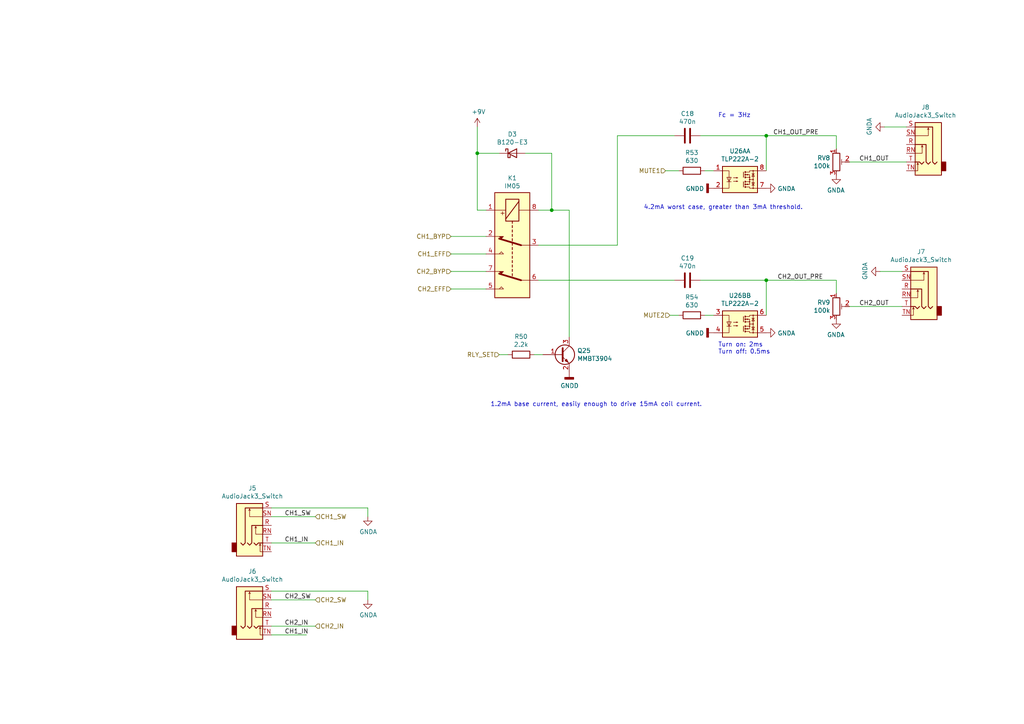
<source format=kicad_sch>
(kicad_sch (version 20231120) (generator "eeschema") (generator_version "8.0")
  (paper "A4")
  (lib_symbols
    (symbol "Device:C" (pin_numbers hide) (pin_names (offset 0.254))
      (property "Reference" "C" (at 0.635 2.54 0))
      (property "Value" "C" (at 0.635 -2.54 0))
      (symbol "C_0_1"
        (polyline (pts (xy -2.032 -0.762) (xy 2.032 -0.762)) (stroke (width 0.508)))
        (polyline (pts (xy -2.032 0.762) (xy 2.032 0.762)) (stroke (width 0.508)))
      )
      (symbol "C_1_1"
        (pin passive line (at 0 3.81 270) (length 2.794) (name "~") (number "1"))
        (pin passive line (at 0 -3.81 90) (length 2.794) (name "~") (number "2"))
      )
    )
    (symbol "Device:R" (pin_numbers hide) (pin_names (offset 0))
      (property "Reference" "R" (at 2.032 0 90))
      (property "Value" "R" (at 0 0 90))
      (symbol "R_0_1"
        (rectangle (start -1.016 -2.54) (end 1.016 2.54) (stroke (width 0.254)))
      )
      (symbol "R_1_1"
        (pin passive line (at 0 3.81 270) (length 1.27) (name "~") (number "1"))
        (pin passive line (at 0 -3.81 90) (length 1.27) (name "~") (number "2"))
      )
    )
    (symbol "Digital Board Rev 2-rescue:+9V-power" (power) (pin_names (offset 0))
      (property "Value" "power_+9V" (at 0 3.556 0))
      (symbol "+9V-power_0_1"
        (polyline (pts (xy -0.762 1.27) (xy 0 2.54)))
        (polyline (pts (xy 0 0) (xy 0 2.54)))
        (polyline (pts (xy 0 2.54) (xy 0.762 1.27)))
      )
      (symbol "+9V-power_1_1"
        (pin power_in line (at 0 0 90) (length 0) hide (name "+9V") (number "1"))
      )
    )
    (symbol "Digital Board Rev 2-rescue:AudioJack3_Switch-Connector"
      (property "Reference" "J" (at 0 11.43 0))
      (property "Value" "Connector_AudioJack3_Switch" (at 0 8.89 0))
      (symbol "AudioJack3_Switch-Connector_0_1"
        (rectangle (start -5.08 -5.08) (end -6.35 -7.62) (stroke (width 0.254)) (fill (type outline)))
        (polyline (pts (xy -1.27 4.826) (xy -1.016 4.318)))
        (polyline (pts (xy 0.508 -0.254) (xy 0.762 -0.762)))
        (polyline (pts (xy 1.778 -5.334) (xy 2.032 -5.842)))
        (polyline (pts (xy 0 -5.08) (xy 0.635 -5.715) (xy 1.27 -5.08) (xy 2.54 -5.08)) (stroke (width 0.254)))
        (polyline (pts (xy 2.54 -7.62) (xy 1.778 -7.62) (xy 1.778 -5.334) (xy 1.524 -5.842)))
        (polyline (pts (xy 2.54 -2.54) (xy 0.508 -2.54) (xy 0.508 -0.254) (xy 0.254 -0.762)))
        (polyline (pts (xy 2.54 2.54) (xy -1.27 2.54) (xy -1.27 4.826) (xy -1.524 4.318)))
        (polyline (pts (xy -1.905 -5.08) (xy -1.27 -5.715) (xy -0.635 -5.08) (xy -0.635 0) (xy 2.54 0)) (stroke (width 0.254)))
        (polyline (pts (xy 2.54 5.08) (xy -2.54 5.08) (xy -2.54 -5.08) (xy -3.175 -5.715) (xy -3.81 -5.08)) (stroke (width 0.254)))
        (rectangle (start 2.54 6.35) (end -5.08 -8.89) (stroke (width 0.254)) (fill (type background)))
      )
      (symbol "AudioJack3_Switch-Connector_1_1"
        (pin passive line (at 5.08 0 180) (length 2.54) (name "~") (number "R"))
        (pin passive line (at 5.08 -2.54 180) (length 2.54) (name "~") (number "RN"))
        (pin passive line (at 5.08 5.08 180) (length 2.54) (name "~") (number "S"))
        (pin passive line (at 5.08 2.54 180) (length 2.54) (name "~") (number "SN"))
        (pin passive line (at 5.08 -5.08 180) (length 2.54) (name "~") (number "T"))
        (pin passive line (at 5.08 -7.62 180) (length 2.54) (name "~") (number "TN"))
      )
    )
    (symbol "Digital Board Rev 2-rescue:GNDA-power" (power) (pin_names (offset 0))
      (property "Value" "power_GNDA" (at 0 -3.81 0))
      (symbol "GNDA-power_0_1"
        (polyline (pts (xy 0 0) (xy 0 -1.27) (xy 1.27 -1.27) (xy 0 -2.54) (xy -1.27 -1.27) (xy 0 -1.27)))
      )
      (symbol "GNDA-power_1_1"
        (pin power_in line (at 0 0 270) (length 0) hide (name "GNDA") (number "1"))
      )
    )
    (symbol "Digital Board Rev 2-rescue:GNDD-power" (power) (pin_names (offset 0))
      (property "Value" "power_GNDD" (at 0 -3.175 0))
      (symbol "GNDD-power_0_1"
        (rectangle (start -1.27 -1.524) (end 1.27 -2.032) (stroke (width 0.254)) (fill (type outline)))
        (polyline (pts (xy 0 0) (xy 0 -1.524)))
      )
      (symbol "GNDD-power_1_1"
        (pin power_in line (at 0 0 270) (length 0) hide (name "GNDD") (number "1"))
      )
    )
    (symbol "Digital Board Rev 2-rescue:R_POT_TRIM-Device" (pin_names (offset 1.016) hide)
      (property "Reference" "RV" (at -4.445 0 90))
      (property "Value" "Device_R_POT_TRIM" (at -2.54 0 90))
      (symbol "R_POT_TRIM-Device_0_1"
        (polyline (pts (xy 1.524 0.762) (xy 1.524 -0.762)))
        (polyline (pts (xy 2.54 0) (xy 1.524 0)))
        (rectangle (start 1.016 2.54) (end -1.016 -2.54) (stroke (width 0.254)))
      )
      (symbol "R_POT_TRIM-Device_1_1"
        (pin passive line (at 0 3.81 270) (length 1.27) (name "1") (number "1"))
        (pin passive line (at 3.81 0 180) (length 1.27) (name "2") (number "2"))
        (pin passive line (at 0 -3.81 90) (length 1.27) (name "3") (number "3"))
      )
    )
    (symbol "Diode:B120-E3" (pin_numbers hide) (pin_names hide)
      (property "Reference" "D" (at 0 2.54 0))
      (property "Value" "B120-E3" (at 0 -2.54 0))
      (symbol "B120-E3_0_1"
        (polyline (pts (xy 1.27 0) (xy -1.27 0)))
        (polyline (pts (xy 1.27 1.27) (xy 1.27 -1.27) (xy -1.27 0) (xy 1.27 1.27)) (stroke (width 0.254)))
        (polyline (pts (xy -1.905 0.635) (xy -1.905 1.27) (xy -1.27 1.27) (xy -1.27 -1.27) (xy -0.635 -1.27) (xy -0.635 -0.635)) (stroke (width 0.254)))
      )
      (symbol "B120-E3_1_1"
        (pin passive line (at -3.81 0 0) (length 2.54) (name "K") (number "1"))
        (pin passive line (at 3.81 0 180) (length 2.54) (name "A") (number "2"))
      )
    )
    (symbol "Relay:IM05"
      (property "Reference" "K" (at 16.51 3.81 0))
      (property "Value" "IM05" (at 16.51 1.27 0))
      (symbol "IM05_0_0"
        (text "+" (at -9.271 2.921 0) (effects (font (size 1.27 1.27))))
      )
      (symbol "IM05_0_1"
        (rectangle (start -15.24 5.08) (end 15.24 -5.08) (stroke (width 0.254)) (fill (type background)))
        (rectangle (start -13.335 1.905) (end -6.985 -1.905) (stroke (width 0.254)))
        (polyline (pts (xy -12.7 -1.905) (xy -7.62 1.905)) (stroke (width 0.254)))
        (polyline (pts (xy -10.16 -5.08) (xy -10.16 -1.905)))
        (polyline (pts (xy -10.16 5.08) (xy -10.16 1.905)))
        (polyline (pts (xy -6.985 0) (xy -6.35 0)) (stroke (width 0.254)))
        (polyline (pts (xy -5.715 0) (xy -5.08 0)) (stroke (width 0.254)))
        (polyline (pts (xy -4.445 0) (xy -3.81 0)) (stroke (width 0.254)))
        (polyline (pts (xy -3.175 0) (xy -2.54 0)) (stroke (width 0.254)))
        (polyline (pts (xy -1.905 0) (xy -1.27 0)) (stroke (width 0.254)))
        (polyline (pts (xy -0.635 0) (xy 0 0)) (stroke (width 0.254)))
        (polyline (pts (xy 0 -2.54) (xy -1.905 3.81)) (stroke (width 0.508)))
        (polyline (pts (xy 0 -2.54) (xy 0 -5.08)))
        (polyline (pts (xy 0.635 0) (xy 1.27 0)) (stroke (width 0.254)))
        (polyline (pts (xy 1.905 0) (xy 2.54 0)) (stroke (width 0.254)))
        (polyline (pts (xy 3.175 0) (xy 3.81 0)) (stroke (width 0.254)))
        (polyline (pts (xy 4.445 0) (xy 5.08 0)) (stroke (width 0.254)))
        (polyline (pts (xy 5.715 0) (xy 6.35 0)) (stroke (width 0.254)))
        (polyline (pts (xy 6.985 0) (xy 7.62 0)) (stroke (width 0.254)))
        (polyline (pts (xy 8.255 0) (xy 8.89 0)) (stroke (width 0.254)))
        (polyline (pts (xy 10.16 -2.54) (xy 8.255 3.81)) (stroke (width 0.508)))
        (polyline (pts (xy 10.16 -2.54) (xy 10.16 -5.08)))
        (polyline (pts (xy -2.54 5.08) (xy -2.54 2.54) (xy -1.905 3.175) (xy -2.54 3.81)) (fill (type outline)))
        (polyline (pts (xy 2.54 5.08) (xy 2.54 2.54) (xy 1.905 3.175) (xy 2.54 3.81)))
        (polyline (pts (xy 7.62 5.08) (xy 7.62 2.54) (xy 8.255 3.175) (xy 7.62 3.81)) (fill (type outline)))
        (polyline (pts (xy 12.7 5.08) (xy 12.7 2.54) (xy 12.065 3.175) (xy 12.7 3.81)))
      )
      (symbol "IM05_1_1"
        (pin passive line (at -10.16 7.62 270) (length 2.54) (name "~") (number "1"))
        (pin passive line (at -2.54 7.62 270) (length 2.54) (name "~") (number "2"))
        (pin passive line (at 0 -7.62 90) (length 2.54) (name "~") (number "3"))
        (pin passive line (at 2.54 7.62 270) (length 2.54) (name "~") (number "4"))
        (pin passive line (at 12.7 7.62 270) (length 2.54) (name "~") (number "5"))
        (pin passive line (at 10.16 -7.62 90) (length 2.54) (name "~") (number "6"))
        (pin passive line (at 7.62 7.62 270) (length 2.54) (name "~") (number "7"))
        (pin passive line (at -10.16 -7.62 90) (length 2.54) (name "~") (number "8"))
      )
    )
    (symbol "Relay_SolidState:TLP222A-2"
      (property "Reference" "U" (at -5.08 5.08 0))
      (property "Value" "TLP222A-2" (at 0 5.08 0))
      (symbol "TLP222A-2_0_1"
        (rectangle (start -5.08 3.81) (end 5.08 -3.81) (stroke (width 0.254)) (fill (type background)))
        (polyline (pts (xy -3.81 -0.635) (xy -2.54 -0.635)))
        (polyline (pts (xy 1.016 -0.635) (xy 1.016 -2.159)) (stroke (width 0.2032)))
        (polyline (pts (xy 1.016 2.159) (xy 1.016 0.635)) (stroke (width 0.2032)))
        (polyline (pts (xy 1.524 -0.508) (xy 1.524 -0.762)) (stroke (width 0.3556)))
        (polyline (pts (xy 2.794 0) (xy 3.81 0)))
        (polyline (pts (xy 3.429 -1.651) (xy 4.191 -1.651)))
        (polyline (pts (xy 3.429 1.651) (xy 4.191 1.651)))
        (polyline (pts (xy 3.81 -2.54) (xy 3.81 2.54)))
        (polyline (pts (xy 1.524 -2.032) (xy 1.524 -2.286) (xy 1.524 -2.286)) (stroke (width 0.3556)))
        (polyline (pts (xy 1.524 -1.27) (xy 1.524 -1.524) (xy 1.524 -1.524)) (stroke (width 0.3556)))
        (polyline (pts (xy 1.524 0.762) (xy 1.524 0.508) (xy 1.524 0.508)) (stroke (width 0.3556)))
        (polyline (pts (xy 1.524 1.524) (xy 1.524 1.27) (xy 1.524 1.27)) (stroke (width 0.3556)))
        (polyline (pts (xy 1.524 2.286) (xy 1.524 2.032) (xy 1.524 2.032)) (stroke (width 0.3556)))
        (polyline (pts (xy 1.651 -1.397) (xy 2.794 -1.397) (xy 2.794 -0.635)))
        (polyline (pts (xy 1.651 1.397) (xy 2.794 1.397) (xy 2.794 0.635)))
        (polyline (pts (xy -5.08 2.54) (xy -3.175 2.54) (xy -3.175 -2.54) (xy -5.08 -2.54)))
        (polyline (pts (xy -3.175 -0.635) (xy -3.81 0.635) (xy -2.54 0.635) (xy -3.175 -0.635)))
        (polyline (pts (xy 1.651 -2.159) (xy 2.794 -2.159) (xy 2.794 -2.54) (xy 5.08 -2.54)))
        (polyline (pts (xy 1.651 -0.635) (xy 2.794 -0.635) (xy 2.794 0.635) (xy 1.651 0.635)))
        (polyline (pts (xy 1.651 2.159) (xy 2.794 2.159) (xy 2.794 2.54) (xy 5.08 2.54)))
        (polyline (pts (xy 1.778 -1.397) (xy 2.286 -1.27) (xy 2.286 -1.524) (xy 1.778 -1.397)))
        (polyline (pts (xy 1.778 1.397) (xy 2.286 1.524) (xy 2.286 1.27) (xy 1.778 1.397)))
        (polyline (pts (xy 3.81 -1.651) (xy 3.429 -0.889) (xy 4.191 -0.889) (xy 3.81 -1.651)))
        (polyline (pts (xy 3.81 1.651) (xy 3.429 0.889) (xy 4.191 0.889) (xy 3.81 1.651)))
        (polyline (pts (xy -1.905 -0.508) (xy -0.635 -0.508) (xy -1.016 -0.635) (xy -1.016 -0.381) (xy -0.635 -0.508)))
        (polyline (pts (xy -1.905 0.508) (xy -0.635 0.508) (xy -1.016 0.381) (xy -1.016 0.635) (xy -0.635 0.508)))
        (circle (center 2.794 -0.635) (radius 0.127))
        (circle (center 2.794 0) (radius 0.127))
        (circle (center 2.794 0.635) (radius 0.127))
        (circle (center 3.81 -2.54) (radius 0.127))
        (circle (center 3.81 0) (radius 0.127))
        (circle (center 3.81 2.54) (radius 0.127))
      )
      (symbol "TLP222A-2_1_1"
        (pin passive line (at -7.62 2.54 0) (length 2.54) (name "~") (number "1"))
        (pin passive line (at -7.62 -2.54 0) (length 2.54) (name "~") (number "2"))
        (pin passive line (at 7.62 -2.54 180) (length 2.54) (name "~") (number "7"))
        (pin passive line (at 7.62 2.54 180) (length 2.54) (name "~") (number "8"))
      )
      (symbol "TLP222A-2_2_1"
        (pin passive line (at -7.62 2.54 0) (length 2.54) (name "~") (number "3"))
        (pin passive line (at -7.62 -2.54 0) (length 2.54) (name "~") (number "4"))
        (pin passive line (at 7.62 -2.54 180) (length 2.54) (name "~") (number "5"))
        (pin passive line (at 7.62 2.54 180) (length 2.54) (name "~") (number "6"))
      )
    )
    (symbol "Transistor_BJT:MMBT3904" (pin_names (offset 0) hide)
      (property "Reference" "Q" (at 5.08 1.905 0))
      (property "Value" "MMBT3904" (at 5.08 0 0))
      (symbol "MMBT3904_0_1"
        (polyline (pts (xy 0.635 0.635) (xy 2.54 2.54)))
        (polyline (pts (xy 0.635 -0.635) (xy 2.54 -2.54) (xy 2.54 -2.54)))
        (polyline (pts (xy 0.635 1.905) (xy 0.635 -1.905) (xy 0.635 -1.905)) (stroke (width 0.508)))
        (polyline (pts (xy 1.27 -1.778) (xy 1.778 -1.27) (xy 2.286 -2.286) (xy 1.27 -1.778) (xy 1.27 -1.778)) (fill (type outline)))
        (circle (center 1.27 0) (radius 2.8194) (stroke (width 0.254)))
      )
      (symbol "MMBT3904_1_1"
        (pin input line (at -5.08 0 0) (length 5.715) (name "B") (number "1"))
        (pin passive line (at 2.54 -5.08 90) (length 2.54) (name "E") (number "2"))
        (pin passive line (at 2.54 5.08 270) (length 2.54) (name "C") (number "3"))
      )
    )
  )
  (junction (at 222.25 39.37))
  (junction (at 222.25 81.28))
  (junction (at 138.43 44.45))
  (junction (at 160.02 60.96))
  (wire (pts (xy 88.9 184.15) (xy 78.74 184.15)))
  (wire (pts (xy 78.74 171.45) (xy 106.68 171.45)))
  (wire (pts (xy 138.43 44.45) (xy 138.43 60.96)))
  (wire (pts (xy 78.74 157.48) (xy 91.44 157.48)))
  (wire (pts (xy 242.57 39.37) (xy 222.25 39.37)))
  (wire (pts (xy 78.74 149.86) (xy 91.44 149.86)))
  (wire (pts (xy 203.2 81.28) (xy 222.25 81.28)))
  (wire (pts (xy 255.27 78.74) (xy 261.62 78.74)))
  (wire (pts (xy 165.1 60.96) (xy 160.02 60.96)))
  (wire (pts (xy 130.81 83.82) (xy 140.97 83.82)))
  (wire (pts (xy 138.43 60.96) (xy 140.97 60.96)))
  (wire (pts (xy 242.57 43.18) (xy 242.57 39.37)))
  (wire (pts (xy 204.47 49.53) (xy 207.01 49.53)))
  (wire (pts (xy 147.32 102.87) (xy 144.78 102.87)))
  (wire (pts (xy 165.1 60.96) (xy 165.1 97.79)))
  (wire (pts (xy 130.81 73.66) (xy 140.97 73.66)))
  (wire (pts (xy 179.07 39.37) (xy 179.07 71.12)))
  (wire (pts (xy 78.74 173.99) (xy 91.44 173.99)))
  (wire (pts (xy 242.57 81.28) (xy 222.25 81.28)))
  (wire (pts (xy 222.25 91.44) (xy 222.25 81.28)))
  (wire (pts (xy 222.25 49.53) (xy 222.25 39.37)))
  (wire (pts (xy 246.38 88.9) (xy 261.62 88.9)))
  (wire (pts (xy 78.74 181.61) (xy 91.44 181.61)))
  (wire (pts (xy 130.81 68.58) (xy 140.97 68.58)))
  (wire (pts (xy 154.94 102.87) (xy 157.48 102.87)))
  (wire (pts (xy 256.54 36.83) (xy 262.89 36.83)))
  (wire (pts (xy 78.74 147.32) (xy 106.68 147.32)))
  (wire (pts (xy 130.81 78.74) (xy 140.97 78.74)))
  (wire (pts (xy 160.02 44.45) (xy 152.4 44.45)))
  (wire (pts (xy 138.43 36.83) (xy 138.43 44.45)))
  (wire (pts (xy 160.02 60.96) (xy 160.02 44.45)))
  (wire (pts (xy 196.85 91.44) (xy 194.31 91.44)))
  (wire (pts (xy 196.85 49.53) (xy 193.04 49.53)))
  (wire (pts (xy 106.68 173.99) (xy 106.68 171.45)))
  (wire (pts (xy 156.21 60.96) (xy 160.02 60.96)))
  (wire (pts (xy 156.21 81.28) (xy 195.58 81.28)))
  (wire (pts (xy 106.68 149.86) (xy 106.68 147.32)))
  (wire (pts (xy 242.57 85.09) (xy 242.57 81.28)))
  (wire (pts (xy 195.58 39.37) (xy 179.07 39.37)))
  (wire (pts (xy 179.07 71.12) (xy 156.21 71.12)))
  (wire (pts (xy 204.47 91.44) (xy 207.01 91.44)))
  (wire (pts (xy 203.2 39.37) (xy 222.25 39.37)))
  (wire (pts (xy 246.38 46.99) (xy 262.89 46.99)))
  (wire (pts (xy 144.78 44.45) (xy 138.43 44.45)))
  (text "1.2mA base current, easily enough to drive 15mA coil current." (at 142.24 118.11 0) (effects (font (size 1.27 1.27)) (justify left bottom)))
  (text "Turn on: 2ms\nTurn off: 0.5ms" (at 208.28 102.87 0) (effects (font (size 1.27 1.27)) (justify left bottom)))
  (text "4.2mA worst case, greater than 3mA threshold." (at 186.69 60.96 0) (effects (font (size 1.27 1.27)) (justify left bottom)))
  (text "Fc = 3Hz" (at 208.28 34.29 0) (effects (font (size 1.27 1.27)) (justify left bottom)))
  (label "CH1_SW" (at 82.55 149.86 0))
  (label "CH2_OUT" (at 257.81 88.9 180))
  (label "CH1_OUT_PRE" (at 237.49 39.37 180))
  (label "CH1_IN" (at 82.55 157.48 0))
  (label "CH1_OUT" (at 257.81 46.99 180))
  (label "CH2_SW" (at 82.55 173.99 0))
  (label "CH1_IN" (at 82.55 184.15 0))
  (label "CH2_OUT_PRE" (at 238.76 81.28 180))
  (label "CH2_IN" (at 82.55 181.61 0))
  (hierarchical_label "CH1_EFF" (shape input) (at 130.81 73.66 180))
  (hierarchical_label "CH2_SW" (shape input) (at 91.44 173.99 0))
  (hierarchical_label "RLY_SET" (shape input) (at 144.78 102.87 180))
  (hierarchical_label "CH2_IN" (shape input) (at 91.44 181.61 0))
  (hierarchical_label "CH1_IN" (shape input) (at 91.44 157.48 0))
  (hierarchical_label "MUTE2" (shape input) (at 194.31 91.44 180))
  (hierarchical_label "CH1_BYP" (shape input) (at 130.81 68.58 180))
  (hierarchical_label "CH2_EFF" (shape input) (at 130.81 83.82 180))
  (hierarchical_label "CH1_SW" (shape input) (at 91.44 149.86 0))
  (hierarchical_label "MUTE1" (shape input) (at 193.04 49.53 180))
  (hierarchical_label "CH2_BYP" (shape input) (at 130.81 78.74 180))
  (symbol (lib_id "Digital Board Rev 2-rescue:AudioJack3_Switch-Connector") (at 73.66 152.4 0) (unit 1)
    (property "Reference" "J5" (at 73.2028 141.605 0))
    (property "Value" "AudioJack3_Switch" (at 73.2028 143.9164 0))
    (property "Footprint" "Pinebox:Jack_0.25in_TRS_Switched" (effects (hide yes)))
  )
  (symbol (lib_id "Digital Board Rev 2-rescue:GNDA-power") (at 106.68 149.86 0) (unit 1)
    (property "Reference" "#PWR0180" (effects (hide yes)))
    (property "Value" "GNDA" (at 106.807 154.2542 0))
  )
  (symbol (lib_id "Digital Board Rev 2-rescue:GNDA-power") (at 106.68 173.99 0) (unit 1)
    (property "Reference" "#PWR0181" (effects (hide yes)))
    (property "Value" "GNDA" (at 106.807 178.3842 0))
  )
  (symbol (lib_id "Digital Board Rev 2-rescue:AudioJack3_Switch-Connector") (at 73.66 176.53 0) (unit 1)
    (property "Reference" "J6" (at 73.2028 165.735 0))
    (property "Value" "AudioJack3_Switch" (at 73.2028 168.0464 0))
    (property "Footprint" "Pinebox:Jack_0.25in_TRS_Switched" (effects (hide yes)))
  )
  (symbol (lib_id "Digital Board Rev 2-rescue:GNDA-power") (at 256.54 36.83 270) (mirror x) (unit 1)
    (property "Reference" "#PWR0182" (effects (hide yes)))
    (property "Value" "GNDA" (at 252.1458 36.703 0))
  )
  (symbol (lib_id "Digital Board Rev 2-rescue:AudioJack3_Switch-Connector") (at 267.97 41.91 0) (mirror y) (unit 1)
    (property "Reference" "J8" (at 268.4272 31.115 0))
    (property "Value" "AudioJack3_Switch" (at 268.4272 33.4264 0))
    (property "Footprint" "Pinebox:Jack_0.25in_TRS_Switched" (effects (hide yes)))
  )
  (symbol (lib_id "Digital Board Rev 2-rescue:GNDA-power") (at 255.27 78.74 270) (mirror x) (unit 1)
    (property "Reference" "#PWR0183" (effects (hide yes)))
    (property "Value" "GNDA" (at 250.8758 78.613 0))
  )
  (symbol (lib_id "Digital Board Rev 2-rescue:AudioJack3_Switch-Connector") (at 266.7 83.82 0) (mirror y) (unit 1)
    (property "Reference" "J7" (at 267.1572 73.025 0))
    (property "Value" "AudioJack3_Switch" (at 267.1572 75.3364 0))
    (property "Footprint" "Pinebox:Jack_0.25in_TRS_Switched" (effects (hide yes)))
  )
  (symbol (lib_id "Relay:IM05") (at 148.59 71.12 90) (mirror x) (unit 1)
    (property "Reference" "K1" (at 148.59 51.6382 90))
    (property "Value" "IM05" (at 148.59 53.9496 90))
    (property "Footprint" "Pinebox:Relay_DPDT_NL_TE_IM05GR" (effects (hide yes)))
    (property "Datasheet" "http://www.te.com/commerce/DocumentDelivery/DDEController?Action=srchrtrv&DocNm=108-98001&DocType=SS&DocLang=EN" (effects (hide yes)))
  )
  (symbol (lib_id "Relay_SolidState:TLP222A-2") (at 214.63 52.07 0) (unit 1)
    (property "Reference" "U26A" (at 214.63 43.815 0))
    (property "Value" "TLP222A-2" (at 214.63 46.1264 0))
    (property "Footprint" "Package_DIP:DIP-8_W7.62mm" (effects (hide yes)))
    (property "Datasheet" "https://toshiba.semicon-storage.com/info/docget.jsp?did=17036&prodName=TLP222A" (effects (hide yes)))
  )
  (symbol (lib_id "Digital Board Rev 2-rescue:GNDD-power") (at 207.01 54.61 270) (unit 1)
    (property "Reference" "#PWR0184" (effects (hide yes)))
    (property "Value" "GNDD" (at 204.216 54.7116 90) (effects (justify right)))
  )
  (symbol (lib_id "Digital Board Rev 2-rescue:GNDA-power") (at 222.25 54.61 90) (mirror x) (unit 1)
    (property "Reference" "#PWR0185" (effects (hide yes)))
    (property "Value" "GNDA" (at 225.5012 54.737 90) (effects (justify right)))
  )
  (symbol (lib_id "Relay_SolidState:TLP222A-2") (at 214.63 93.98 0) (unit 2)
    (property "Reference" "U26B" (at 214.63 85.725 0))
    (property "Value" "TLP222A-2" (at 214.63 88.0364 0))
    (property "Footprint" "Package_DIP:DIP-8_W7.62mm" (effects (hide yes)))
    (property "Datasheet" "https://toshiba.semicon-storage.com/info/docget.jsp?did=17036&prodName=TLP222A" (effects (hide yes)))
  )
  (symbol (lib_id "Digital Board Rev 2-rescue:GNDD-power") (at 207.01 96.52 270) (unit 1)
    (property "Reference" "#PWR0186" (effects (hide yes)))
    (property "Value" "GNDD" (at 204.216 96.6216 90) (effects (justify right)))
  )
  (symbol (lib_id "Digital Board Rev 2-rescue:GNDA-power") (at 222.25 96.52 90) (mirror x) (unit 1)
    (property "Reference" "#PWR0187" (effects (hide yes)))
    (property "Value" "GNDA" (at 225.5012 96.647 90) (effects (justify right)))
  )
  (symbol (lib_id "Diode:B120-E3") (at 148.59 44.45 0) (unit 1)
    (property "Reference" "D3" (at 148.59 38.9382 0))
    (property "Value" "B120-E3" (at 148.59 41.2496 0))
    (property "Footprint" "Diode_SMD:D_SMA" (effects (hide yes)))
    (property "Datasheet" "http://www.vishay.com/docs/88946/b120.pdf" (effects (hide yes)))
  )
  (symbol (lib_id "Digital Board Rev 2-rescue:+9V-power") (at 138.43 36.83 0) (unit 1)
    (property "Reference" "#PWR0188" (effects (hide yes)))
    (property "Value" "+9V" (at 138.811 32.4358 0))
  )
  (symbol (lib_id "Transistor_BJT:MMBT3904") (at 162.56 102.87 0) (unit 1)
    (property "Reference" "Q25" (at 167.4114 101.7016 0) (effects (justify left)))
    (property "Value" "MMBT3904" (at 167.4114 104.013 0) (effects (justify left)))
    (property "Footprint" "Package_TO_SOT_SMD:SOT-23" (effects (hide yes)))
    (property "Datasheet" "https://www.onsemi.com/pub/Collateral/2N3903-D.PDF" (effects (hide yes)))
  )
  (symbol (lib_id "Digital Board Rev 2-rescue:GNDD-power") (at 165.1 107.95 0) (unit 1)
    (property "Reference" "#PWR0189" (effects (hide yes)))
    (property "Value" "GNDD" (at 165.2016 111.887 0))
  )
  (symbol (lib_id "Device:R") (at 151.13 102.87 270) (unit 1)
    (property "Reference" "R50" (at 151.13 97.6122 90))
    (property "Value" "2.2k" (at 151.13 99.9236 90))
    (property "Footprint" "Resistor_SMD:R_0805_2012Metric_Pad1.20x1.40mm_HandSolder" (effects (hide yes)))
  )
  (symbol (lib_id "Device:C") (at 199.39 39.37 270) (unit 1)
    (property "Reference" "C18" (at 199.39 32.9692 90))
    (property "Value" "470n" (at 199.39 35.2806 90))
    (property "Footprint" "Capacitor_SMD:C_0805_2012Metric_Pad1.18x1.45mm_HandSolder" (effects (hide yes)))
  )
  (symbol (lib_id "Digital Board Rev 2-rescue:GNDA-power") (at 242.57 50.8 0) (mirror y) (unit 1)
    (property "Reference" "#PWR0190" (effects (hide yes)))
    (property "Value" "GNDA" (at 242.443 55.1942 0))
  )
  (symbol (lib_id "Digital Board Rev 2-rescue:GNDA-power") (at 242.57 92.71 0) (mirror y) (unit 1)
    (property "Reference" "#PWR0191" (effects (hide yes)))
    (property "Value" "GNDA" (at 242.443 97.1042 0))
  )
  (symbol (lib_id "Device:C") (at 199.39 81.28 270) (unit 1)
    (property "Reference" "C19" (at 199.39 74.8792 90))
    (property "Value" "470n" (at 199.39 77.1906 90))
    (property "Footprint" "Capacitor_SMD:C_0805_2012Metric_Pad1.18x1.45mm_HandSolder" (effects (hide yes)))
  )
  (symbol (lib_id "Digital Board Rev 2-rescue:R_POT_TRIM-Device") (at 242.57 46.99 0) (unit 1)
    (property "Reference" "RV8" (at 240.8174 45.8216 0) (effects (justify right)))
    (property "Value" "100k" (at 240.8174 48.133 0) (effects (justify right)))
    (property "Footprint" "Potentiometer_SMD:Potentiometer_Bourns_3314G_Vertical" (effects (hide yes)))
  )
  (symbol (lib_id "Digital Board Rev 2-rescue:R_POT_TRIM-Device") (at 242.57 88.9 0) (unit 1)
    (property "Reference" "RV9" (at 240.8174 87.7316 0) (effects (justify right)))
    (property "Value" "100k" (at 240.8174 90.043 0) (effects (justify right)))
    (property "Footprint" "Potentiometer_SMD:Potentiometer_Bourns_3314G_Vertical" (effects (hide yes)))
  )
  (symbol (lib_id "Device:R") (at 200.66 49.53 270) (unit 1)
    (property "Reference" "R53" (at 200.66 44.2722 90))
    (property "Value" "630" (at 200.66 46.5836 90))
    (property "Footprint" "Resistor_SMD:R_0805_2012Metric_Pad1.20x1.40mm_HandSolder" (effects (hide yes)))
  )
  (symbol (lib_id "Device:R") (at 200.66 91.44 270) (unit 1)
    (property "Reference" "R54" (at 200.66 86.1822 90))
    (property "Value" "630" (at 200.66 88.4936 90))
    (property "Footprint" "Resistor_SMD:R_0805_2012Metric_Pad1.20x1.40mm_HandSolder" (effects (hide yes)))
  )
)
</source>
